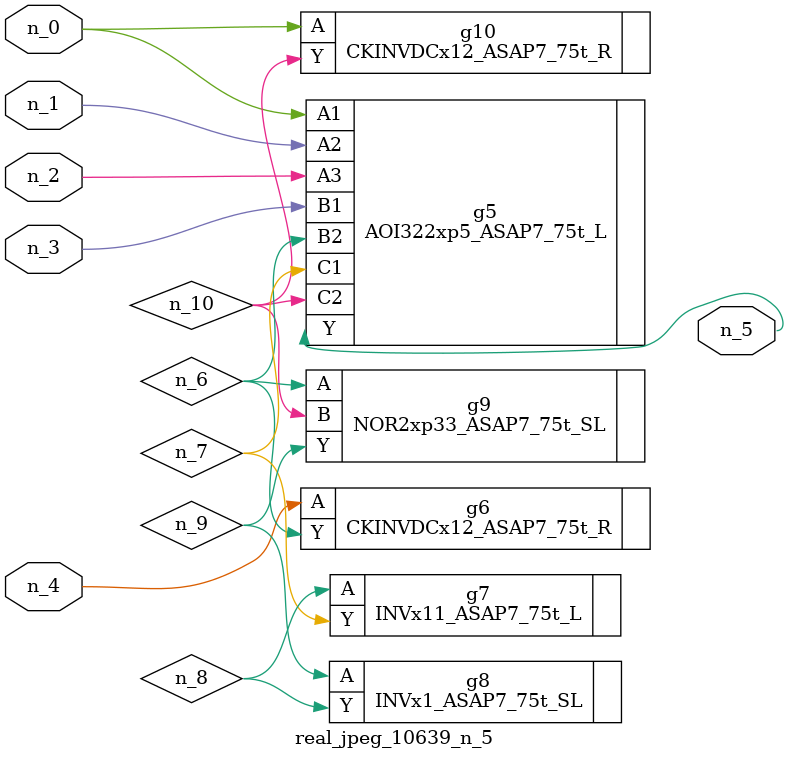
<source format=v>
module real_jpeg_10639_n_5 (n_4, n_0, n_1, n_2, n_3, n_5);

input n_4;
input n_0;
input n_1;
input n_2;
input n_3;

output n_5;

wire n_8;
wire n_6;
wire n_7;
wire n_10;
wire n_9;

AOI322xp5_ASAP7_75t_L g5 ( 
.A1(n_0),
.A2(n_1),
.A3(n_2),
.B1(n_3),
.B2(n_6),
.C1(n_7),
.C2(n_10),
.Y(n_5)
);

CKINVDCx12_ASAP7_75t_R g10 ( 
.A(n_0),
.Y(n_10)
);

CKINVDCx12_ASAP7_75t_R g6 ( 
.A(n_4),
.Y(n_6)
);

NOR2xp33_ASAP7_75t_SL g9 ( 
.A(n_6),
.B(n_10),
.Y(n_9)
);

INVx11_ASAP7_75t_L g7 ( 
.A(n_8),
.Y(n_7)
);

INVx1_ASAP7_75t_SL g8 ( 
.A(n_9),
.Y(n_8)
);


endmodule
</source>
